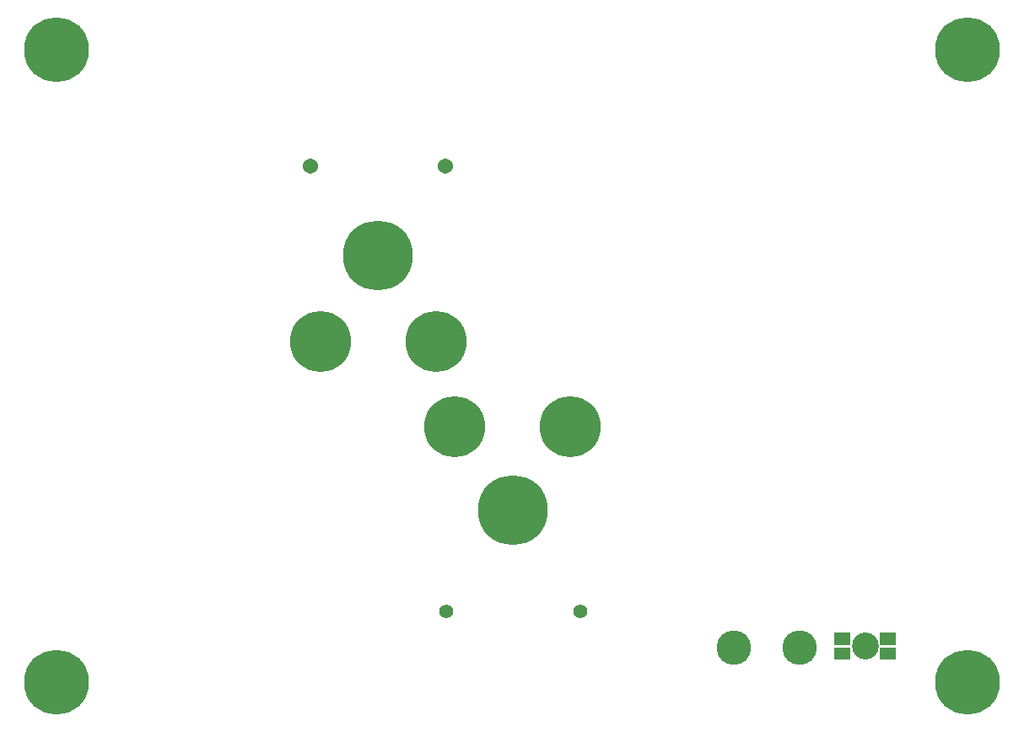
<source format=gts>
G04 start of page 6 for group -4063 idx -4063 *
G04 Title: (unknown), componentmask *
G04 Creator: pcb 20110918 *
G04 CreationDate: Thu May 15 21:16:40 2014 UTC *
G04 For: fosse *
G04 Format: Gerber/RS-274X *
G04 PCB-Dimensions: 550000 450000 *
G04 PCB-Coordinate-Origin: lower left *
%MOIN*%
%FSLAX25Y25*%
%LNTOPMASK*%
%ADD69R,0.0472X0.0472*%
%ADD68R,0.0473X0.0473*%
%ADD67C,0.1360*%
%ADD66C,0.1062*%
%ADD65C,0.0554*%
%ADD64C,0.0604*%
%ADD63C,0.2560*%
%ADD62C,0.2410*%
%ADD61C,0.2760*%
G54D61*X239910Y206240D03*
X186500Y307000D03*
G54D62*X262410Y239240D03*
X216910D03*
X209350Y273000D03*
X163850D03*
G54D63*X59609Y388338D03*
G54D64*X159926Y342206D03*
G54D63*X59609Y138338D03*
G54D64*X213076Y342206D03*
G54D65*X266485Y166444D03*
X213335D03*
G54D66*X379000Y152500D03*
G54D63*X419609Y138338D03*
G54D67*X327110Y152090D03*
X353110D03*
X327109Y152088D03*
X353109D03*
G54D63*X419609Y388338D03*
G54D68*X369354Y155452D02*X370930D01*
G54D69*X369354Y149547D02*X370930D01*
G54D68*X387072Y155452D02*X388646D01*
G54D69*X387071Y149547D02*X388646D01*
M02*

</source>
